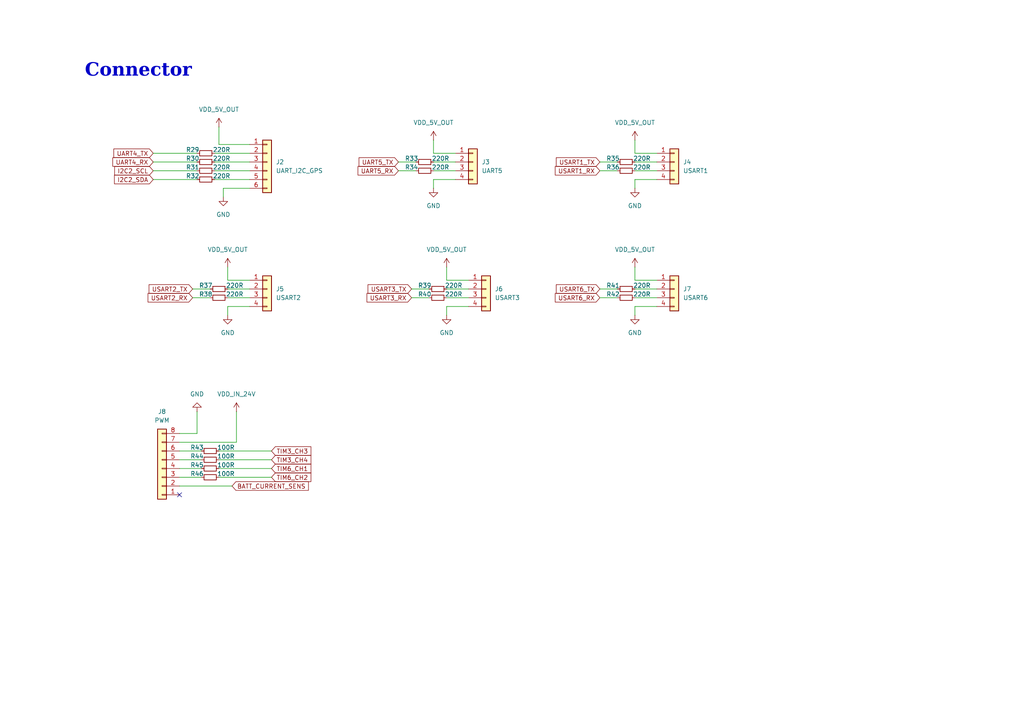
<source format=kicad_sch>
(kicad_sch (version 20250114) (generator "eeschema") (generator_version "9.0")
  (paper "A4")
  (lib_symbols
    (symbol "Connector_Generic:Conn_01x04" (pin_names (offset 1.016) (hide yes))
      (property "Reference" "J" (at 0 5.08 0))
      (property "Value" "Conn_01x04" (at 0 -7.62 0))
      (symbol "Conn_01x04_1_1"
        (rectangle (start -1.27 3.81) (end 1.27 -6.35) (stroke (width 0.254)) (fill (type background)))
        (rectangle (start -1.27 2.667) (end 0 2.413) (stroke (width 0.1524)))
        (rectangle (start -1.27 0.127) (end 0 -0.127) (stroke (width 0.1524)))
        (rectangle (start -1.27 -2.413) (end 0 -2.667) (stroke (width 0.1524)))
        (rectangle (start -1.27 -4.953) (end 0 -5.207) (stroke (width 0.1524)))
        (pin passive line (at -5.08 2.54 0) (length 3.81) (name "Pin_1") (number "1"))
        (pin passive line (at -5.08 0 0) (length 3.81) (name "Pin_2") (number "2"))
        (pin passive line (at -5.08 -2.54 0) (length 3.81) (name "Pin_3") (number "3"))
        (pin passive line (at -5.08 -5.08 0) (length 3.81) (name "Pin_4") (number "4"))
      )
    )
    (symbol "Connector_Generic:Conn_01x06" (pin_names (offset 1.016) (hide yes))
      (property "Reference" "J" (at 0 7.62 0))
      (property "Value" "Conn_01x06" (at 0 -10.16 0))
      (symbol "Conn_01x06_1_1"
        (rectangle (start -1.27 6.35) (end 1.27 -8.89) (stroke (width 0.254)) (fill (type background)))
        (rectangle (start -1.27 5.207) (end 0 4.953) (stroke (width 0.1524)))
        (rectangle (start -1.27 2.667) (end 0 2.413) (stroke (width 0.1524)))
        (rectangle (start -1.27 0.127) (end 0 -0.127) (stroke (width 0.1524)))
        (rectangle (start -1.27 -2.413) (end 0 -2.667) (stroke (width 0.1524)))
        (rectangle (start -1.27 -4.953) (end 0 -5.207) (stroke (width 0.1524)))
        (rectangle (start -1.27 -7.493) (end 0 -7.747) (stroke (width 0.1524)))
        (pin passive line (at -5.08 5.08 0) (length 3.81) (name "Pin_1") (number "1"))
        (pin passive line (at -5.08 2.54 0) (length 3.81) (name "Pin_2") (number "2"))
        (pin passive line (at -5.08 0 0) (length 3.81) (name "Pin_3") (number "3"))
        (pin passive line (at -5.08 -2.54 0) (length 3.81) (name "Pin_4") (number "4"))
        (pin passive line (at -5.08 -5.08 0) (length 3.81) (name "Pin_5") (number "5"))
        (pin passive line (at -5.08 -7.62 0) (length 3.81) (name "Pin_6") (number "6"))
      )
    )
    (symbol "Connector_Generic:Conn_01x08" (pin_names (offset 1.016) (hide yes))
      (property "Reference" "J" (at 0 10.16 0))
      (property "Value" "Conn_01x08" (at 0 -12.7 0))
      (symbol "Conn_01x08_1_1"
        (rectangle (start -1.27 8.89) (end 1.27 -11.43) (stroke (width 0.254)) (fill (type background)))
        (rectangle (start -1.27 7.747) (end 0 7.493) (stroke (width 0.1524)))
        (rectangle (start -1.27 5.207) (end 0 4.953) (stroke (width 0.1524)))
        (rectangle (start -1.27 2.667) (end 0 2.413) (stroke (width 0.1524)))
        (rectangle (start -1.27 0.127) (end 0 -0.127) (stroke (width 0.1524)))
        (rectangle (start -1.27 -2.413) (end 0 -2.667) (stroke (width 0.1524)))
        (rectangle (start -1.27 -4.953) (end 0 -5.207) (stroke (width 0.1524)))
        (rectangle (start -1.27 -7.493) (end 0 -7.747) (stroke (width 0.1524)))
        (rectangle (start -1.27 -10.033) (end 0 -10.287) (stroke (width 0.1524)))
        (pin passive line (at -5.08 7.62 0) (length 3.81) (name "Pin_1") (number "1"))
        (pin passive line (at -5.08 5.08 0) (length 3.81) (name "Pin_2") (number "2"))
        (pin passive line (at -5.08 2.54 0) (length 3.81) (name "Pin_3") (number "3"))
        (pin passive line (at -5.08 0 0) (length 3.81) (name "Pin_4") (number "4"))
        (pin passive line (at -5.08 -2.54 0) (length 3.81) (name "Pin_5") (number "5"))
        (pin passive line (at -5.08 -5.08 0) (length 3.81) (name "Pin_6") (number "6"))
        (pin passive line (at -5.08 -7.62 0) (length 3.81) (name "Pin_7") (number "7"))
        (pin passive line (at -5.08 -10.16 0) (length 3.81) (name "Pin_8") (number "8"))
      )
    )
    (symbol "Device:R_Small" (pin_numbers (hide yes)) (pin_names (offset 0.254) (hide yes))
      (property "Reference" "R" (at 0.762 0.508 0))
      (property "Value" "R_Small" (at 0.762 -1.016 0))
      (symbol "R_Small_0_1"
        (rectangle (start -0.762 1.778) (end 0.762 -1.778) (stroke (width 0.2032)))
      )
      (symbol "R_Small_1_1"
        (pin passive line (at 0 2.54 270) (length 0.762) (name "~") (number "1"))
        (pin passive line (at 0 -2.54 90) (length 0.762) (name "~") (number "2"))
      )
    )
    (symbol "power:GND" (power) (pin_numbers (hide yes)) (pin_names (offset 0) (hide yes))
      (property "Value" "GND" (at 0 -3.81 0))
      (symbol "GND_0_1"
        (polyline (pts (xy 0 0) (xy 0 -1.27) (xy 1.27 -1.27) (xy 0 -2.54) (xy -1.27 -1.27) (xy 0 -1.27)))
      )
      (symbol "GND_1_1"
        (pin power_in line (at 0 0 270) (length 0) (name "~") (number "1"))
      )
    )
    (symbol "power:VCC" (power) (pin_numbers (hide yes)) (pin_names (offset 0) (hide yes))
      (property "Value" "VCC" (at 0 3.556 0))
      (symbol "VCC_0_1"
        (polyline (pts (xy -0.762 1.27) (xy 0 2.54)))
        (polyline (pts (xy 0 2.54) (xy 0.762 1.27)))
        (polyline (pts (xy 0 0) (xy 0 2.54)))
      )
      (symbol "VCC_1_1"
        (pin power_in line (at 0 0 90) (length 0) (name "~") (number "1"))
      )
    )
    (symbol "power:VDD" (power) (pin_numbers (hide yes)) (pin_names (offset 0) (hide yes))
      (property "Value" "VDD" (at 0 3.556 0))
      (symbol "VDD_0_1"
        (polyline (pts (xy -0.762 1.27) (xy 0 2.54)))
        (polyline (pts (xy 0 2.54) (xy 0.762 1.27)))
        (polyline (pts (xy 0 0) (xy 0 2.54)))
      )
      (symbol "VDD_1_1"
        (pin power_in line (at 0 0 90) (length 0) (name "~") (number "1"))
      )
    )
  )
  (text "Connector" (at 40.132 21.59 0) (effects (font (size 3.81 3.81) (thickness 0.508) (bold yes))))
  (no_connect (at 52.07 143.51))
  (wire (pts (xy 64.77 54.61) (xy 64.77 57.15)))
  (wire (pts (xy 66.04 86.36) (xy 72.39 86.36)))
  (wire (pts (xy 129.54 81.28) (xy 135.89 81.28)))
  (wire (pts (xy 173.99 46.99) (xy 179.07 46.99)))
  (wire (pts (xy 66.04 91.44) (xy 66.04 88.9)))
  (wire (pts (xy 66.04 81.28) (xy 72.39 81.28)))
  (wire (pts (xy 52.07 140.97) (xy 67.31 140.97)))
  (wire (pts (xy 78.74 138.43) (xy 63.5 138.43)))
  (wire (pts (xy 125.73 52.07) (xy 132.08 52.07)))
  (wire (pts (xy 184.15 40.64) (xy 184.15 44.45)))
  (wire (pts (xy 119.38 86.36) (xy 124.46 86.36)))
  (wire (pts (xy 173.99 83.82) (xy 179.07 83.82)))
  (wire (pts (xy 184.15 81.28) (xy 190.5 81.28)))
  (wire (pts (xy 62.23 52.07) (xy 72.39 52.07)))
  (wire (pts (xy 184.15 52.07) (xy 190.5 52.07)))
  (wire (pts (xy 66.04 83.82) (xy 72.39 83.82)))
  (wire (pts (xy 125.73 44.45) (xy 132.08 44.45)))
  (wire (pts (xy 44.45 49.53) (xy 57.15 49.53)))
  (wire (pts (xy 62.23 46.99) (xy 72.39 46.99)))
  (wire (pts (xy 184.15 46.99) (xy 190.5 46.99)))
  (wire (pts (xy 68.58 119.38) (xy 68.58 128.27)))
  (wire (pts (xy 44.45 44.45) (xy 57.15 44.45)))
  (wire (pts (xy 52.07 125.73) (xy 57.15 125.73)))
  (wire (pts (xy 184.15 77.47) (xy 184.15 81.28)))
  (wire (pts (xy 119.38 83.82) (xy 124.46 83.82)))
  (wire (pts (xy 62.23 44.45) (xy 72.39 44.45)))
  (wire (pts (xy 125.73 46.99) (xy 132.08 46.99)))
  (wire (pts (xy 184.15 49.53) (xy 190.5 49.53)))
  (wire (pts (xy 63.5 36.83) (xy 63.5 41.91)))
  (wire (pts (xy 184.15 88.9) (xy 190.5 88.9)))
  (wire (pts (xy 129.54 83.82) (xy 135.89 83.82)))
  (wire (pts (xy 125.73 49.53) (xy 132.08 49.53)))
  (wire (pts (xy 184.15 83.82) (xy 190.5 83.82)))
  (wire (pts (xy 52.07 133.35) (xy 58.42 133.35)))
  (wire (pts (xy 125.73 54.61) (xy 125.73 52.07)))
  (wire (pts (xy 115.57 46.99) (xy 120.65 46.99)))
  (wire (pts (xy 115.57 49.53) (xy 120.65 49.53)))
  (wire (pts (xy 173.99 86.36) (xy 179.07 86.36)))
  (wire (pts (xy 66.04 88.9) (xy 72.39 88.9)))
  (wire (pts (xy 52.07 138.43) (xy 58.42 138.43)))
  (wire (pts (xy 173.99 49.53) (xy 179.07 49.53)))
  (wire (pts (xy 68.58 128.27) (xy 52.07 128.27)))
  (wire (pts (xy 129.54 77.47) (xy 129.54 81.28)))
  (wire (pts (xy 184.15 54.61) (xy 184.15 52.07)))
  (wire (pts (xy 125.73 40.64) (xy 125.73 44.45)))
  (wire (pts (xy 184.15 91.44) (xy 184.15 88.9)))
  (wire (pts (xy 129.54 91.44) (xy 129.54 88.9)))
  (wire (pts (xy 62.23 49.53) (xy 72.39 49.53)))
  (wire (pts (xy 55.88 83.82) (xy 60.96 83.82)))
  (wire (pts (xy 63.5 41.91) (xy 72.39 41.91)))
  (wire (pts (xy 44.45 52.07) (xy 57.15 52.07)))
  (wire (pts (xy 78.74 133.35) (xy 63.5 133.35)))
  (wire (pts (xy 72.39 54.61) (xy 64.77 54.61)))
  (wire (pts (xy 129.54 88.9) (xy 135.89 88.9)))
  (wire (pts (xy 129.54 86.36) (xy 135.89 86.36)))
  (wire (pts (xy 55.88 86.36) (xy 60.96 86.36)))
  (wire (pts (xy 66.04 77.47) (xy 66.04 81.28)))
  (wire (pts (xy 52.07 135.89) (xy 58.42 135.89)))
  (wire (pts (xy 52.07 130.81) (xy 58.42 130.81)))
  (wire (pts (xy 184.15 86.36) (xy 190.5 86.36)))
  (wire (pts (xy 57.15 125.73) (xy 57.15 119.38)))
  (wire (pts (xy 78.74 135.89) (xy 63.5 135.89)))
  (wire (pts (xy 184.15 44.45) (xy 190.5 44.45)))
  (wire (pts (xy 78.74 130.81) (xy 63.5 130.81)))
  (wire (pts (xy 44.45 46.99) (xy 57.15 46.99)))
  (global_label "TIM6_CH2" (shape input) (at 78.74 138.43 0) (property "Intersheetrefs" "${INTERSHEET_REFS}" (effects (hide yes))))
  (global_label "USART6_RX" (shape input) (at 173.99 86.36 180) (property "Intersheetrefs" "${INTERSHEET_REFS}" (effects (hide yes))))
  (global_label "USART2_RX" (shape input) (at 55.88 86.36 180) (property "Intersheetrefs" "${INTERSHEET_REFS}" (effects (hide yes))))
  (global_label "USART1_RX" (shape input) (at 173.99 49.53 180) (property "Intersheetrefs" "${INTERSHEET_REFS}" (effects (hide yes))))
  (global_label "USART3_TX" (shape input) (at 119.38 83.82 180) (property "Intersheetrefs" "${INTERSHEET_REFS}" (effects (hide yes))))
  (global_label "UART4_RX" (shape input) (at 44.45 46.99 180) (property "Intersheetrefs" "${INTERSHEET_REFS}" (effects (hide yes))))
  (global_label "TIM3_CH4" (shape input) (at 78.74 133.35 0) (property "Intersheetrefs" "${INTERSHEET_REFS}" (effects (hide yes))))
  (global_label "I2C2_SCL" (shape input) (at 44.45 49.53 180) (property "Intersheetrefs" "${INTERSHEET_REFS}" (effects (hide yes))))
  (global_label "UART4_TX" (shape input) (at 44.45 44.45 180) (property "Intersheetrefs" "${INTERSHEET_REFS}" (effects (hide yes))))
  (global_label "TIM6_CH1" (shape input) (at 78.74 135.89 0) (property "Intersheetrefs" "${INTERSHEET_REFS}" (effects (hide yes))))
  (global_label "UART5_TX" (shape input) (at 115.57 46.99 180) (property "Intersheetrefs" "${INTERSHEET_REFS}" (effects (hide yes))))
  (global_label "USART2_TX" (shape input) (at 55.88 83.82 180) (property "Intersheetrefs" "${INTERSHEET_REFS}" (effects (hide yes))))
  (global_label "I2C2_SDA" (shape input) (at 44.45 52.07 180) (property "Intersheetrefs" "${INTERSHEET_REFS}" (effects (hide yes))))
  (global_label "BATT_CURRENT_SENS" (shape input) (at 67.31 140.97 0) (property "Intersheetrefs" "${INTERSHEET_REFS}" (effects (hide yes))))
  (global_label "UART5_RX" (shape input) (at 115.57 49.53 180) (property "Intersheetrefs" "${INTERSHEET_REFS}" (effects (hide yes))))
  (global_label "TIM3_CH3" (shape input) (at 78.74 130.81 0) (property "Intersheetrefs" "${INTERSHEET_REFS}" (effects (hide yes))))
  (global_label "USART6_TX" (shape input) (at 173.99 83.82 180) (property "Intersheetrefs" "${INTERSHEET_REFS}" (effects (hide yes))))
  (global_label "USART1_TX" (shape input) (at 173.99 46.99 180) (property "Intersheetrefs" "${INTERSHEET_REFS}" (effects (hide yes))))
  (global_label "USART3_RX" (shape input) (at 119.38 86.36 180) (property "Intersheetrefs" "${INTERSHEET_REFS}" (effects (hide yes))))
  (symbol (lib_id "Device:R_Small") (at 60.96 135.89 270) (unit 1)
    (property "Reference" "R45" (at 57.15 134.874 90))
    (property "Value" "100R" (at 65.532 134.874 90))
    (property "Footprint" "Resistor_SMD:R_0402_1005Metric" (effects (hide yes)))
    (property "Description" "Resistor, small symbol" (effects (hide yes)))
  )
  (symbol (lib_id "Connector_Generic:Conn_01x04") (at 77.47 83.82 0) (unit 1)
    (property "Reference" "J5" (at 80.01 83.8199 0) (effects (justify left)))
    (property "Value" "USART2" (at 80.01 86.3599 0) (effects (justify left)))
    (property "Footprint" "Connector_JST:JST_GH_SM04B-GHS-TB_1x04-1MP_P1.25mm_Horizontal" (effects (hide yes)))
    (property "Description" "Generic connector, single row, 01x04, script generated (kicad-library-utils/schlib/autogen/connector/)" (effects (hide yes)))
  )
  (symbol (lib_id "power:GND") (at 125.73 54.61 0) (unit 1)
    (property "Reference" "#PWR087" (effects (hide yes)))
    (property "Value" "GND" (at 125.73 59.69 0))
    (property "Description" "Power symbol creates a global label with name \"GND\" , ground" (effects (hide yes)))
  )
  (symbol (lib_id "Device:R_Small") (at 127 86.36 270) (unit 1)
    (property "Reference" "R40" (at 123.19 85.344 90))
    (property "Value" "220R" (at 131.572 85.344 90))
    (property "Footprint" "Resistor_SMD:R_0402_1005Metric" (effects (hide yes)))
    (property "Description" "Resistor, small symbol" (effects (hide yes)))
  )
  (symbol (lib_id "power:VCC") (at 184.15 77.47 0) (unit 1)
    (property "Reference" "#PWR094" (effects (hide yes)))
    (property "Value" "VDD_5V_OUT" (at 184.15 72.39 0))
    (property "Description" "Power symbol creates a global label with name \"VCC\"" (effects (hide yes)))
  )
  (symbol (lib_id "power:VDD") (at 68.58 119.38 0) (unit 1)
    (property "Reference" "#PWR097" (effects (hide yes)))
    (property "Value" "VDD_IN_24V" (at 68.58 114.3 0))
    (property "Description" "Power symbol creates a global label with name \"VDD\"" (effects (hide yes)))
  )
  (symbol (lib_id "Device:R_Small") (at 123.19 46.99 270) (unit 1)
    (property "Reference" "R33" (at 119.38 45.974 90))
    (property "Value" "220R" (at 127.762 45.974 90))
    (property "Footprint" "Resistor_SMD:R_0402_1005Metric" (effects (hide yes)))
    (property "Description" "Resistor, small symbol" (effects (hide yes)))
  )
  (symbol (lib_id "power:VCC") (at 184.15 40.64 0) (unit 1)
    (property "Reference" "#PWR088" (effects (hide yes)))
    (property "Value" "VDD_5V_OUT" (at 184.15 35.56 0))
    (property "Description" "Power symbol creates a global label with name \"VCC\"" (effects (hide yes)))
  )
  (symbol (lib_id "power:VCC") (at 125.73 40.64 0) (unit 1)
    (property "Reference" "#PWR086" (effects (hide yes)))
    (property "Value" "VDD_5V_OUT" (at 125.73 35.56 0))
    (property "Description" "Power symbol creates a global label with name \"VCC\"" (effects (hide yes)))
  )
  (symbol (lib_id "power:VCC") (at 63.5 36.83 0) (unit 1)
    (property "Reference" "#PWR084" (effects (hide yes)))
    (property "Value" "VDD_5V_OUT" (at 63.5 31.75 0))
    (property "Description" "Power symbol creates a global label with name \"VCC\"" (effects (hide yes)))
  )
  (symbol (lib_id "Connector_Generic:Conn_01x06") (at 77.47 46.99 0) (unit 1)
    (property "Reference" "J2" (at 80.01 46.9899 0) (effects (justify left)))
    (property "Value" "UART_I2C_GPS" (at 80.01 49.5299 0) (effects (justify left)))
    (property "Footprint" "Connector_JST:JST_GH_SM06B-GHS-TB_1x06-1MP_P1.25mm_Horizontal" (effects (hide yes)))
    (property "Description" "Generic connector, single row, 01x06, script generated (kicad-library-utils/schlib/autogen/connector/)" (effects (hide yes)))
  )
  (symbol (lib_id "power:GND") (at 64.77 57.15 0) (unit 1)
    (property "Reference" "#PWR085" (effects (hide yes)))
    (property "Value" "GND" (at 64.77 62.23 0))
    (property "Description" "Power symbol creates a global label with name \"GND\" , ground" (effects (hide yes)))
  )
  (symbol (lib_id "Device:R_Small") (at 123.19 49.53 270) (unit 1)
    (property "Reference" "R34" (at 119.38 48.514 90))
    (property "Value" "220R" (at 127.762 48.514 90))
    (property "Footprint" "Resistor_SMD:R_0402_1005Metric" (effects (hide yes)))
    (property "Description" "Resistor, small symbol" (effects (hide yes)))
  )
  (symbol (lib_id "Device:R_Small") (at 59.69 52.07 270) (unit 1)
    (property "Reference" "R32" (at 55.88 51.054 90))
    (property "Value" "220R" (at 64.262 51.054 90))
    (property "Footprint" "Resistor_SMD:R_0402_1005Metric" (effects (hide yes)))
    (property "Description" "Resistor, small symbol" (effects (hide yes)))
  )
  (symbol (lib_id "Device:R_Small") (at 181.61 49.53 270) (unit 1)
    (property "Reference" "R36" (at 177.8 48.514 90))
    (property "Value" "220R" (at 186.182 48.514 90))
    (property "Footprint" "Resistor_SMD:R_0402_1005Metric" (effects (hide yes)))
    (property "Description" "Resistor, small symbol" (effects (hide yes)))
  )
  (symbol (lib_id "power:GND") (at 184.15 54.61 0) (unit 1)
    (property "Reference" "#PWR089" (effects (hide yes)))
    (property "Value" "GND" (at 184.15 59.69 0))
    (property "Description" "Power symbol creates a global label with name \"GND\" , ground" (effects (hide yes)))
  )
  (symbol (lib_id "power:GND") (at 184.15 91.44 0) (unit 1)
    (property "Reference" "#PWR095" (effects (hide yes)))
    (property "Value" "GND" (at 184.15 96.52 0))
    (property "Description" "Power symbol creates a global label with name \"GND\" , ground" (effects (hide yes)))
  )
  (symbol (lib_id "Device:R_Small") (at 59.69 49.53 270) (unit 1)
    (property "Reference" "R31" (at 55.88 48.514 90))
    (property "Value" "220R" (at 64.262 48.514 90))
    (property "Footprint" "Resistor_SMD:R_0402_1005Metric" (effects (hide yes)))
    (property "Description" "Resistor, small symbol" (effects (hide yes)))
  )
  (symbol (lib_id "Device:R_Small") (at 127 83.82 270) (unit 1)
    (property "Reference" "R39" (at 123.19 82.804 90))
    (property "Value" "220R" (at 131.572 82.804 90))
    (property "Footprint" "Resistor_SMD:R_0402_1005Metric" (effects (hide yes)))
    (property "Description" "Resistor, small symbol" (effects (hide yes)))
  )
  (symbol (lib_id "Connector_Generic:Conn_01x04") (at 195.58 46.99 0) (unit 1)
    (property "Reference" "J4" (at 198.12 46.9899 0) (effects (justify left)))
    (property "Value" "USART1" (at 198.12 49.5299 0) (effects (justify left)))
    (property "Footprint" "Connector_JST:JST_GH_SM04B-GHS-TB_1x04-1MP_P1.25mm_Horizontal" (effects (hide yes)))
    (property "Description" "Generic connector, single row, 01x04, script generated (kicad-library-utils/schlib/autogen/connector/)" (effects (hide yes)))
  )
  (symbol (lib_id "Device:R_Small") (at 181.61 46.99 270) (unit 1)
    (property "Reference" "R35" (at 177.8 45.974 90))
    (property "Value" "220R" (at 186.182 45.974 90))
    (property "Footprint" "Resistor_SMD:R_0402_1005Metric" (effects (hide yes)))
    (property "Description" "Resistor, small symbol" (effects (hide yes)))
  )
  (symbol (lib_id "power:VCC") (at 129.54 77.47 0) (unit 1)
    (property "Reference" "#PWR092" (effects (hide yes)))
    (property "Value" "VDD_5V_OUT" (at 129.54 72.39 0))
    (property "Description" "Power symbol creates a global label with name \"VCC\"" (effects (hide yes)))
  )
  (symbol (lib_id "Connector_Generic:Conn_01x04") (at 195.58 83.82 0) (unit 1)
    (property "Reference" "J7" (at 198.12 83.8199 0) (effects (justify left)))
    (property "Value" "USART6" (at 198.12 86.3599 0) (effects (justify left)))
    (property "Footprint" "Connector_JST:JST_GH_SM04B-GHS-TB_1x04-1MP_P1.25mm_Horizontal" (effects (hide yes)))
    (property "Description" "Generic connector, single row, 01x04, script generated (kicad-library-utils/schlib/autogen/connector/)" (effects (hide yes)))
  )
  (symbol (lib_id "Connector_Generic:Conn_01x08") (at 46.99 135.89 180) (unit 1)
    (property "Reference" "J8" (at 46.99 119.38 0))
    (property "Value" "PWM" (at 46.99 121.92 0))
    (property "Footprint" "Connector_JST:JST_GH_SM08B-GHS-TB_1x08-1MP_P1.25mm_Horizontal" (effects (hide yes)))
    (property "Description" "Generic connector, single row, 01x08, script generated (kicad-library-utils/schlib/autogen/connector/)" (effects (hide yes)))
  )
  (symbol (lib_id "Device:R_Small") (at 59.69 46.99 270) (unit 1)
    (property "Reference" "R30" (at 55.88 45.974 90))
    (property "Value" "220R" (at 64.262 45.974 90))
    (property "Footprint" "Resistor_SMD:R_0402_1005Metric" (effects (hide yes)))
    (property "Description" "Resistor, small symbol" (effects (hide yes)))
  )
  (symbol (lib_id "power:GND") (at 57.15 119.38 180) (unit 1)
    (property "Reference" "#PWR096" (effects (hide yes)))
    (property "Value" "GND" (at 57.15 114.3 0))
    (property "Description" "Power symbol creates a global label with name \"GND\" , ground" (effects (hide yes)))
  )
  (symbol (lib_id "Device:R_Small") (at 59.69 44.45 270) (unit 1)
    (property "Reference" "R29" (at 55.88 43.434 90))
    (property "Value" "220R" (at 64.262 43.434 90))
    (property "Footprint" "Resistor_SMD:R_0402_1005Metric" (effects (hide yes)))
    (property "Description" "Resistor, small symbol" (effects (hide yes)))
  )
  (symbol (lib_id "Device:R_Small") (at 60.96 130.81 270) (unit 1)
    (property "Reference" "R43" (at 57.15 129.794 90))
    (property "Value" "100R" (at 65.532 129.794 90))
    (property "Footprint" "Resistor_SMD:R_0402_1005Metric" (effects (hide yes)))
    (property "Description" "Resistor, small symbol" (effects (hide yes)))
  )
  (symbol (lib_id "Device:R_Small") (at 181.61 83.82 270) (unit 1)
    (property "Reference" "R41" (at 177.8 82.804 90))
    (property "Value" "220R" (at 186.182 82.804 90))
    (property "Footprint" "Resistor_SMD:R_0402_1005Metric" (effects (hide yes)))
    (property "Description" "Resistor, small symbol" (effects (hide yes)))
  )
  (symbol (lib_id "power:GND") (at 129.54 91.44 0) (unit 1)
    (property "Reference" "#PWR093" (effects (hide yes)))
    (property "Value" "GND" (at 129.54 96.52 0))
    (property "Description" "Power symbol creates a global label with name \"GND\" , ground" (effects (hide yes)))
  )
  (symbol (lib_id "Device:R_Small") (at 181.61 86.36 270) (unit 1)
    (property "Reference" "R42" (at 177.8 85.344 90))
    (property "Value" "220R" (at 186.182 85.344 90))
    (property "Footprint" "Resistor_SMD:R_0402_1005Metric" (effects (hide yes)))
    (property "Description" "Resistor, small symbol" (effects (hide yes)))
  )
  (symbol (lib_id "power:GND") (at 66.04 91.44 0) (unit 1)
    (property "Reference" "#PWR091" (effects (hide yes)))
    (property "Value" "GND" (at 66.04 96.52 0))
    (property "Description" "Power symbol creates a global label with name \"GND\" , ground" (effects (hide yes)))
  )
  (symbol (lib_id "Device:R_Small") (at 63.5 86.36 270) (unit 1)
    (property "Reference" "R38" (at 59.69 85.344 90))
    (property "Value" "220R" (at 68.072 85.344 90))
    (property "Footprint" "Resistor_SMD:R_0402_1005Metric" (effects (hide yes)))
    (property "Description" "Resistor, small symbol" (effects (hide yes)))
  )
  (symbol (lib_id "Device:R_Small") (at 60.96 138.43 270) (unit 1)
    (property "Reference" "R46" (at 57.15 137.414 90))
    (property "Value" "100R" (at 65.532 137.414 90))
    (property "Footprint" "Resistor_SMD:R_0402_1005Metric" (effects (hide yes)))
    (property "Description" "Resistor, small symbol" (effects (hide yes)))
  )
  (symbol (lib_id "power:VCC") (at 66.04 77.47 0) (unit 1)
    (property "Reference" "#PWR090" (effects (hide yes)))
    (property "Value" "VDD_5V_OUT" (at 66.04 72.39 0))
    (property "Description" "Power symbol creates a global label with name \"VCC\"" (effects (hide yes)))
  )
  (symbol (lib_id "Device:R_Small") (at 63.5 83.82 270) (unit 1)
    (property "Reference" "R37" (at 59.69 82.804 90))
    (property "Value" "220R" (at 68.072 82.804 90))
    (property "Footprint" "Resistor_SMD:R_0402_1005Metric" (effects (hide yes)))
    (property "Description" "Resistor, small symbol" (effects (hide yes)))
  )
  (symbol (lib_id "Connector_Generic:Conn_01x04") (at 140.97 83.82 0) (unit 1)
    (property "Reference" "J6" (at 143.51 83.8199 0) (effects (justify left)))
    (property "Value" "USART3" (at 143.51 86.3599 0) (effects (justify left)))
    (property "Footprint" "Connector_JST:JST_GH_SM04B-GHS-TB_1x04-1MP_P1.25mm_Horizontal" (effects (hide yes)))
    (property "Description" "Generic connector, single row, 01x04, script generated (kicad-library-utils/schlib/autogen/connector/)" (effects (hide yes)))
  )
  (symbol (lib_id "Device:R_Small") (at 60.96 133.35 270) (unit 1)
    (property "Reference" "R44" (at 57.15 132.334 90))
    (property "Value" "100R" (at 65.532 132.334 90))
    (property "Footprint" "Resistor_SMD:R_0402_1005Metric" (effects (hide yes)))
    (property "Description" "Resistor, small symbol" (effects (hide yes)))
  )
  (symbol (lib_id "Connector_Generic:Conn_01x04") (at 137.16 46.99 0) (unit 1)
    (property "Reference" "J3" (at 139.7 46.9899 0) (effects (justify left)))
    (property "Value" "UART5" (at 139.7 49.5299 0) (effects (justify left)))
    (property "Footprint" "Connector_JST:JST_GH_SM04B-GHS-TB_1x04-1MP_P1.25mm_Horizontal" (effects (hide yes)))
    (property "Description" "Generic connector, single row, 01x04, script generated (kicad-library-utils/schlib/autogen/connector/)" (effects (hide yes)))
  )
)
</source>
